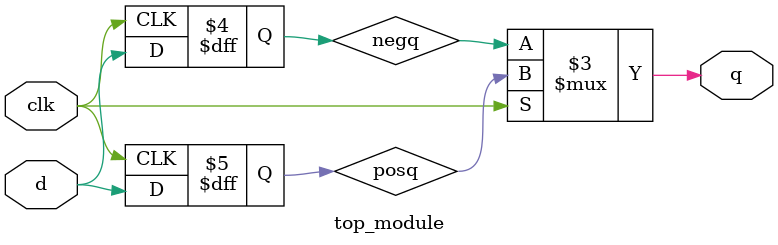
<source format=v>
module top_module (
    input clk,
    input d,
    output q
);
    reg posq, negq;
    
    always @  (posedge clk) begin
        posq <= d;
    end
    
    always @ (negedge clk) begin
        negq <= d;
    end
    
    assign q = clk ? posq : negq;
    

endmodule

</source>
